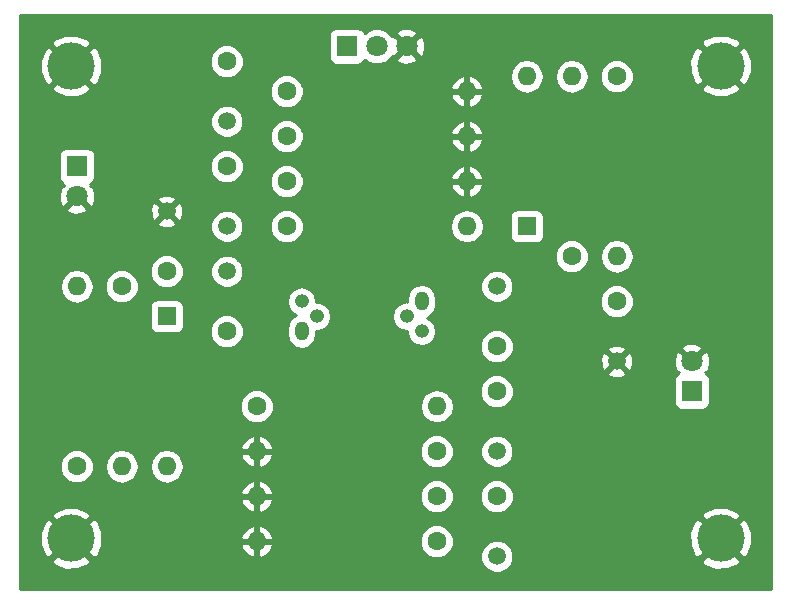
<source format=gbr>
G04 #@! TF.FileFunction,Copper,L1,Top,Signal*
%FSLAX46Y46*%
G04 Gerber Fmt 4.6, Leading zero omitted, Abs format (unit mm)*
G04 Created by KiCad (PCBNEW 4.0.7) date 08/30/18 18:17:14*
%MOMM*%
%LPD*%
G01*
G04 APERTURE LIST*
%ADD10C,0.100000*%
%ADD11C,1.600000*%
%ADD12C,1.500000*%
%ADD13R,1.600000X1.600000*%
%ADD14O,1.600000X1.600000*%
%ADD15R,1.800000X1.800000*%
%ADD16C,1.800000*%
%ADD17O,1.200000X1.600000*%
%ADD18O,1.200000X1.200000*%
%ADD19C,4.000000*%
%ADD20C,0.254000*%
G04 APERTURE END LIST*
D10*
D11*
X123190000Y-63500000D03*
D12*
X123190000Y-68580000D03*
D11*
X123190000Y-77470000D03*
D12*
X123190000Y-72390000D03*
D11*
X156210000Y-74930000D03*
D12*
X156210000Y-80010000D03*
D11*
X118110000Y-72390000D03*
D12*
X118110000Y-67310000D03*
D11*
X146050000Y-91440000D03*
D12*
X146050000Y-96520000D03*
D11*
X123190000Y-54610000D03*
D12*
X123190000Y-59690000D03*
D11*
X146050000Y-78740000D03*
D12*
X146050000Y-73660000D03*
D11*
X146050000Y-82550000D03*
D12*
X146050000Y-87630000D03*
D13*
X148590000Y-68580000D03*
D14*
X148590000Y-55880000D03*
D13*
X118110000Y-76200000D03*
D14*
X118110000Y-88900000D03*
D15*
X133350000Y-53340000D03*
D16*
X135890000Y-53340000D03*
X138430000Y-53340000D03*
D15*
X110490000Y-63500000D03*
D16*
X110490000Y-66040000D03*
D15*
X162560000Y-82550000D03*
D16*
X162560000Y-80010000D03*
D17*
X139700000Y-74930000D03*
D18*
X138430000Y-76200000D03*
X139700000Y-77470000D03*
D17*
X129540000Y-77470000D03*
D18*
X130810000Y-76200000D03*
X129540000Y-74930000D03*
D11*
X156210000Y-55880000D03*
D14*
X156210000Y-71120000D03*
D11*
X110490000Y-88900000D03*
D14*
X110490000Y-73660000D03*
D11*
X128270000Y-64770000D03*
D14*
X143510000Y-64770000D03*
D11*
X140970000Y-95250000D03*
D14*
X125730000Y-95250000D03*
D11*
X152400000Y-71120000D03*
D14*
X152400000Y-55880000D03*
D11*
X128270000Y-68580000D03*
D14*
X143510000Y-68580000D03*
D11*
X114300000Y-73660000D03*
D14*
X114300000Y-88900000D03*
D11*
X128270000Y-60960000D03*
D14*
X143510000Y-60960000D03*
D11*
X140970000Y-91440000D03*
D14*
X125730000Y-91440000D03*
D11*
X125730000Y-83820000D03*
D14*
X140970000Y-83820000D03*
D11*
X128270000Y-57150000D03*
D14*
X143510000Y-57150000D03*
D11*
X140970000Y-87630000D03*
D14*
X125730000Y-87630000D03*
D19*
X110000000Y-95000000D03*
X165000000Y-95000000D03*
X110000000Y-55000000D03*
X165000000Y-55000000D03*
D20*
G36*
X169290000Y-99290000D02*
X105710000Y-99290000D01*
X105710000Y-96875022D01*
X108304584Y-96875022D01*
X108525353Y-97245743D01*
X109497012Y-97639119D01*
X110545247Y-97630713D01*
X111474647Y-97245743D01*
X111695416Y-96875022D01*
X111614680Y-96794285D01*
X144664760Y-96794285D01*
X144875169Y-97303515D01*
X145264436Y-97693461D01*
X145773298Y-97904759D01*
X146324285Y-97905240D01*
X146833515Y-97694831D01*
X147223461Y-97305564D01*
X147402237Y-96875022D01*
X163304584Y-96875022D01*
X163525353Y-97245743D01*
X164497012Y-97639119D01*
X165545247Y-97630713D01*
X166474647Y-97245743D01*
X166695416Y-96875022D01*
X165000000Y-95179605D01*
X163304584Y-96875022D01*
X147402237Y-96875022D01*
X147434759Y-96796702D01*
X147435240Y-96245715D01*
X147224831Y-95736485D01*
X146835564Y-95346539D01*
X146326702Y-95135241D01*
X145775715Y-95134760D01*
X145266485Y-95345169D01*
X144876539Y-95734436D01*
X144665241Y-96243298D01*
X144664760Y-96794285D01*
X111614680Y-96794285D01*
X110000000Y-95179605D01*
X108304584Y-96875022D01*
X105710000Y-96875022D01*
X105710000Y-94497012D01*
X107360881Y-94497012D01*
X107369287Y-95545247D01*
X107754257Y-96474647D01*
X108124978Y-96695416D01*
X109820395Y-95000000D01*
X110179605Y-95000000D01*
X111875022Y-96695416D01*
X112245743Y-96474647D01*
X112600232Y-95599039D01*
X124338096Y-95599039D01*
X124498959Y-95987423D01*
X124874866Y-96402389D01*
X125380959Y-96641914D01*
X125603000Y-96520629D01*
X125603000Y-95377000D01*
X125857000Y-95377000D01*
X125857000Y-96520629D01*
X126079041Y-96641914D01*
X126585134Y-96402389D01*
X126961041Y-95987423D01*
X127121904Y-95599039D01*
X127086275Y-95534187D01*
X139534752Y-95534187D01*
X139752757Y-96061800D01*
X140156077Y-96465824D01*
X140683309Y-96684750D01*
X141254187Y-96685248D01*
X141781800Y-96467243D01*
X142185824Y-96063923D01*
X142404750Y-95536691D01*
X142405248Y-94965813D01*
X142211544Y-94497012D01*
X162360881Y-94497012D01*
X162369287Y-95545247D01*
X162754257Y-96474647D01*
X163124978Y-96695416D01*
X164820395Y-95000000D01*
X165179605Y-95000000D01*
X166875022Y-96695416D01*
X167245743Y-96474647D01*
X167639119Y-95502988D01*
X167630713Y-94454753D01*
X167245743Y-93525353D01*
X166875022Y-93304584D01*
X165179605Y-95000000D01*
X164820395Y-95000000D01*
X163124978Y-93304584D01*
X162754257Y-93525353D01*
X162360881Y-94497012D01*
X142211544Y-94497012D01*
X142187243Y-94438200D01*
X141783923Y-94034176D01*
X141256691Y-93815250D01*
X140685813Y-93814752D01*
X140158200Y-94032757D01*
X139754176Y-94436077D01*
X139535250Y-94963309D01*
X139534752Y-95534187D01*
X127086275Y-95534187D01*
X126999915Y-95377000D01*
X125857000Y-95377000D01*
X125603000Y-95377000D01*
X124460085Y-95377000D01*
X124338096Y-95599039D01*
X112600232Y-95599039D01*
X112639119Y-95502988D01*
X112634292Y-94900961D01*
X124338096Y-94900961D01*
X124460085Y-95123000D01*
X125603000Y-95123000D01*
X125603000Y-93979371D01*
X125857000Y-93979371D01*
X125857000Y-95123000D01*
X126999915Y-95123000D01*
X127121904Y-94900961D01*
X126961041Y-94512577D01*
X126585134Y-94097611D01*
X126079041Y-93858086D01*
X125857000Y-93979371D01*
X125603000Y-93979371D01*
X125380959Y-93858086D01*
X124874866Y-94097611D01*
X124498959Y-94512577D01*
X124338096Y-94900961D01*
X112634292Y-94900961D01*
X112630713Y-94454753D01*
X112245743Y-93525353D01*
X111875022Y-93304584D01*
X110179605Y-95000000D01*
X109820395Y-95000000D01*
X108124978Y-93304584D01*
X107754257Y-93525353D01*
X107360881Y-94497012D01*
X105710000Y-94497012D01*
X105710000Y-93124978D01*
X108304584Y-93124978D01*
X110000000Y-94820395D01*
X111695416Y-93124978D01*
X163304584Y-93124978D01*
X165000000Y-94820395D01*
X166695416Y-93124978D01*
X166474647Y-92754257D01*
X165502988Y-92360881D01*
X164454753Y-92369287D01*
X163525353Y-92754257D01*
X163304584Y-93124978D01*
X111695416Y-93124978D01*
X111474647Y-92754257D01*
X110502988Y-92360881D01*
X109454753Y-92369287D01*
X108525353Y-92754257D01*
X108304584Y-93124978D01*
X105710000Y-93124978D01*
X105710000Y-91789039D01*
X124338096Y-91789039D01*
X124498959Y-92177423D01*
X124874866Y-92592389D01*
X125380959Y-92831914D01*
X125603000Y-92710629D01*
X125603000Y-91567000D01*
X125857000Y-91567000D01*
X125857000Y-92710629D01*
X126079041Y-92831914D01*
X126585134Y-92592389D01*
X126961041Y-92177423D01*
X127121904Y-91789039D01*
X127086275Y-91724187D01*
X139534752Y-91724187D01*
X139752757Y-92251800D01*
X140156077Y-92655824D01*
X140683309Y-92874750D01*
X141254187Y-92875248D01*
X141781800Y-92657243D01*
X142185824Y-92253923D01*
X142404750Y-91726691D01*
X142404752Y-91724187D01*
X144614752Y-91724187D01*
X144832757Y-92251800D01*
X145236077Y-92655824D01*
X145763309Y-92874750D01*
X146334187Y-92875248D01*
X146861800Y-92657243D01*
X147265824Y-92253923D01*
X147484750Y-91726691D01*
X147485248Y-91155813D01*
X147267243Y-90628200D01*
X146863923Y-90224176D01*
X146336691Y-90005250D01*
X145765813Y-90004752D01*
X145238200Y-90222757D01*
X144834176Y-90626077D01*
X144615250Y-91153309D01*
X144614752Y-91724187D01*
X142404752Y-91724187D01*
X142405248Y-91155813D01*
X142187243Y-90628200D01*
X141783923Y-90224176D01*
X141256691Y-90005250D01*
X140685813Y-90004752D01*
X140158200Y-90222757D01*
X139754176Y-90626077D01*
X139535250Y-91153309D01*
X139534752Y-91724187D01*
X127086275Y-91724187D01*
X126999915Y-91567000D01*
X125857000Y-91567000D01*
X125603000Y-91567000D01*
X124460085Y-91567000D01*
X124338096Y-91789039D01*
X105710000Y-91789039D01*
X105710000Y-91090961D01*
X124338096Y-91090961D01*
X124460085Y-91313000D01*
X125603000Y-91313000D01*
X125603000Y-90169371D01*
X125857000Y-90169371D01*
X125857000Y-91313000D01*
X126999915Y-91313000D01*
X127121904Y-91090961D01*
X126961041Y-90702577D01*
X126585134Y-90287611D01*
X126079041Y-90048086D01*
X125857000Y-90169371D01*
X125603000Y-90169371D01*
X125380959Y-90048086D01*
X124874866Y-90287611D01*
X124498959Y-90702577D01*
X124338096Y-91090961D01*
X105710000Y-91090961D01*
X105710000Y-89184187D01*
X109054752Y-89184187D01*
X109272757Y-89711800D01*
X109676077Y-90115824D01*
X110203309Y-90334750D01*
X110774187Y-90335248D01*
X111301800Y-90117243D01*
X111705824Y-89713923D01*
X111924750Y-89186691D01*
X111925024Y-88871887D01*
X112865000Y-88871887D01*
X112865000Y-88928113D01*
X112974233Y-89477264D01*
X113285302Y-89942811D01*
X113750849Y-90253880D01*
X114300000Y-90363113D01*
X114849151Y-90253880D01*
X115314698Y-89942811D01*
X115625767Y-89477264D01*
X115735000Y-88928113D01*
X115735000Y-88871887D01*
X116675000Y-88871887D01*
X116675000Y-88928113D01*
X116784233Y-89477264D01*
X117095302Y-89942811D01*
X117560849Y-90253880D01*
X118110000Y-90363113D01*
X118659151Y-90253880D01*
X119124698Y-89942811D01*
X119435767Y-89477264D01*
X119545000Y-88928113D01*
X119545000Y-88871887D01*
X119435767Y-88322736D01*
X119206116Y-87979039D01*
X124338096Y-87979039D01*
X124498959Y-88367423D01*
X124874866Y-88782389D01*
X125380959Y-89021914D01*
X125603000Y-88900629D01*
X125603000Y-87757000D01*
X125857000Y-87757000D01*
X125857000Y-88900629D01*
X126079041Y-89021914D01*
X126585134Y-88782389D01*
X126961041Y-88367423D01*
X127121904Y-87979039D01*
X127086275Y-87914187D01*
X139534752Y-87914187D01*
X139752757Y-88441800D01*
X140156077Y-88845824D01*
X140683309Y-89064750D01*
X141254187Y-89065248D01*
X141781800Y-88847243D01*
X142185824Y-88443923D01*
X142404750Y-87916691D01*
X142404760Y-87904285D01*
X144664760Y-87904285D01*
X144875169Y-88413515D01*
X145264436Y-88803461D01*
X145773298Y-89014759D01*
X146324285Y-89015240D01*
X146833515Y-88804831D01*
X147223461Y-88415564D01*
X147434759Y-87906702D01*
X147435240Y-87355715D01*
X147224831Y-86846485D01*
X146835564Y-86456539D01*
X146326702Y-86245241D01*
X145775715Y-86244760D01*
X145266485Y-86455169D01*
X144876539Y-86844436D01*
X144665241Y-87353298D01*
X144664760Y-87904285D01*
X142404760Y-87904285D01*
X142405248Y-87345813D01*
X142187243Y-86818200D01*
X141783923Y-86414176D01*
X141256691Y-86195250D01*
X140685813Y-86194752D01*
X140158200Y-86412757D01*
X139754176Y-86816077D01*
X139535250Y-87343309D01*
X139534752Y-87914187D01*
X127086275Y-87914187D01*
X126999915Y-87757000D01*
X125857000Y-87757000D01*
X125603000Y-87757000D01*
X124460085Y-87757000D01*
X124338096Y-87979039D01*
X119206116Y-87979039D01*
X119124698Y-87857189D01*
X118659151Y-87546120D01*
X118110000Y-87436887D01*
X117560849Y-87546120D01*
X117095302Y-87857189D01*
X116784233Y-88322736D01*
X116675000Y-88871887D01*
X115735000Y-88871887D01*
X115625767Y-88322736D01*
X115314698Y-87857189D01*
X114849151Y-87546120D01*
X114300000Y-87436887D01*
X113750849Y-87546120D01*
X113285302Y-87857189D01*
X112974233Y-88322736D01*
X112865000Y-88871887D01*
X111925024Y-88871887D01*
X111925248Y-88615813D01*
X111707243Y-88088200D01*
X111303923Y-87684176D01*
X110776691Y-87465250D01*
X110205813Y-87464752D01*
X109678200Y-87682757D01*
X109274176Y-88086077D01*
X109055250Y-88613309D01*
X109054752Y-89184187D01*
X105710000Y-89184187D01*
X105710000Y-87280961D01*
X124338096Y-87280961D01*
X124460085Y-87503000D01*
X125603000Y-87503000D01*
X125603000Y-86359371D01*
X125857000Y-86359371D01*
X125857000Y-87503000D01*
X126999915Y-87503000D01*
X127121904Y-87280961D01*
X126961041Y-86892577D01*
X126585134Y-86477611D01*
X126079041Y-86238086D01*
X125857000Y-86359371D01*
X125603000Y-86359371D01*
X125380959Y-86238086D01*
X124874866Y-86477611D01*
X124498959Y-86892577D01*
X124338096Y-87280961D01*
X105710000Y-87280961D01*
X105710000Y-84104187D01*
X124294752Y-84104187D01*
X124512757Y-84631800D01*
X124916077Y-85035824D01*
X125443309Y-85254750D01*
X126014187Y-85255248D01*
X126541800Y-85037243D01*
X126945824Y-84633923D01*
X127164750Y-84106691D01*
X127165000Y-83820000D01*
X139506887Y-83820000D01*
X139616120Y-84369151D01*
X139927189Y-84834698D01*
X140392736Y-85145767D01*
X140941887Y-85255000D01*
X140998113Y-85255000D01*
X141547264Y-85145767D01*
X142012811Y-84834698D01*
X142323880Y-84369151D01*
X142433113Y-83820000D01*
X142323880Y-83270849D01*
X142032112Y-82834187D01*
X144614752Y-82834187D01*
X144832757Y-83361800D01*
X145236077Y-83765824D01*
X145763309Y-83984750D01*
X146334187Y-83985248D01*
X146861800Y-83767243D01*
X147265824Y-83363923D01*
X147484750Y-82836691D01*
X147485248Y-82265813D01*
X147267243Y-81738200D01*
X147179197Y-81650000D01*
X161012560Y-81650000D01*
X161012560Y-83450000D01*
X161056838Y-83685317D01*
X161195910Y-83901441D01*
X161408110Y-84046431D01*
X161660000Y-84097440D01*
X163460000Y-84097440D01*
X163695317Y-84053162D01*
X163911441Y-83914090D01*
X164056431Y-83701890D01*
X164107440Y-83450000D01*
X164107440Y-81650000D01*
X164063162Y-81414683D01*
X163924090Y-81198559D01*
X163720426Y-81059402D01*
X163754718Y-81025110D01*
X163640161Y-80910553D01*
X163896643Y-80824148D01*
X164106458Y-80250664D01*
X164080839Y-79640540D01*
X163896643Y-79195852D01*
X163640159Y-79109446D01*
X162739605Y-80010000D01*
X162753748Y-80024143D01*
X162574143Y-80203748D01*
X162560000Y-80189605D01*
X162545858Y-80203748D01*
X162366253Y-80024143D01*
X162380395Y-80010000D01*
X161479841Y-79109446D01*
X161223357Y-79195852D01*
X161013542Y-79769336D01*
X161039161Y-80379460D01*
X161223357Y-80824148D01*
X161479839Y-80910553D01*
X161365282Y-81025110D01*
X161401760Y-81061588D01*
X161208559Y-81185910D01*
X161063569Y-81398110D01*
X161012560Y-81650000D01*
X147179197Y-81650000D01*
X146863923Y-81334176D01*
X146336691Y-81115250D01*
X145765813Y-81114752D01*
X145238200Y-81332757D01*
X144834176Y-81736077D01*
X144615250Y-82263309D01*
X144614752Y-82834187D01*
X142032112Y-82834187D01*
X142012811Y-82805302D01*
X141547264Y-82494233D01*
X140998113Y-82385000D01*
X140941887Y-82385000D01*
X140392736Y-82494233D01*
X139927189Y-82805302D01*
X139616120Y-83270849D01*
X139506887Y-83820000D01*
X127165000Y-83820000D01*
X127165248Y-83535813D01*
X126947243Y-83008200D01*
X126543923Y-82604176D01*
X126016691Y-82385250D01*
X125445813Y-82384752D01*
X124918200Y-82602757D01*
X124514176Y-83006077D01*
X124295250Y-83533309D01*
X124294752Y-84104187D01*
X105710000Y-84104187D01*
X105710000Y-80981517D01*
X155418088Y-80981517D01*
X155486077Y-81222460D01*
X156005171Y-81407201D01*
X156555448Y-81379230D01*
X156933923Y-81222460D01*
X157001912Y-80981517D01*
X156210000Y-80189605D01*
X155418088Y-80981517D01*
X105710000Y-80981517D01*
X105710000Y-79024187D01*
X144614752Y-79024187D01*
X144832757Y-79551800D01*
X145236077Y-79955824D01*
X145763309Y-80174750D01*
X146334187Y-80175248D01*
X146861800Y-79957243D01*
X147014137Y-79805171D01*
X154812799Y-79805171D01*
X154840770Y-80355448D01*
X154997540Y-80733923D01*
X155238483Y-80801912D01*
X156030395Y-80010000D01*
X156389605Y-80010000D01*
X157181517Y-80801912D01*
X157422460Y-80733923D01*
X157607201Y-80214829D01*
X157579230Y-79664552D01*
X157422460Y-79286077D01*
X157181517Y-79218088D01*
X156389605Y-80010000D01*
X156030395Y-80010000D01*
X155238483Y-79218088D01*
X154997540Y-79286077D01*
X154812799Y-79805171D01*
X147014137Y-79805171D01*
X147265824Y-79553923D01*
X147479853Y-79038483D01*
X155418088Y-79038483D01*
X156210000Y-79830395D01*
X157001912Y-79038483D01*
X156971256Y-78929841D01*
X161659446Y-78929841D01*
X162560000Y-79830395D01*
X163460554Y-78929841D01*
X163374148Y-78673357D01*
X162800664Y-78463542D01*
X162190540Y-78489161D01*
X161745852Y-78673357D01*
X161659446Y-78929841D01*
X156971256Y-78929841D01*
X156933923Y-78797540D01*
X156414829Y-78612799D01*
X155864552Y-78640770D01*
X155486077Y-78797540D01*
X155418088Y-79038483D01*
X147479853Y-79038483D01*
X147484750Y-79026691D01*
X147485248Y-78455813D01*
X147267243Y-77928200D01*
X146863923Y-77524176D01*
X146336691Y-77305250D01*
X145765813Y-77304752D01*
X145238200Y-77522757D01*
X144834176Y-77926077D01*
X144615250Y-78453309D01*
X144614752Y-79024187D01*
X105710000Y-79024187D01*
X105710000Y-77754187D01*
X121754752Y-77754187D01*
X121972757Y-78281800D01*
X122376077Y-78685824D01*
X122903309Y-78904750D01*
X123474187Y-78905248D01*
X124001800Y-78687243D01*
X124405824Y-78283923D01*
X124624750Y-77756691D01*
X124625248Y-77185813D01*
X124407243Y-76658200D01*
X124003923Y-76254176D01*
X123476691Y-76035250D01*
X122905813Y-76034752D01*
X122378200Y-76252757D01*
X121974176Y-76656077D01*
X121755250Y-77183309D01*
X121754752Y-77754187D01*
X105710000Y-77754187D01*
X105710000Y-75400000D01*
X116662560Y-75400000D01*
X116662560Y-77000000D01*
X116706838Y-77235317D01*
X116845910Y-77451441D01*
X117058110Y-77596431D01*
X117310000Y-77647440D01*
X118910000Y-77647440D01*
X119145317Y-77603162D01*
X119361441Y-77464090D01*
X119506431Y-77251890D01*
X119557440Y-77000000D01*
X119557440Y-75400000D01*
X119513162Y-75164683D01*
X119374090Y-74948559D01*
X119311518Y-74905805D01*
X128305000Y-74905805D01*
X128305000Y-74954195D01*
X128399009Y-75426809D01*
X128666723Y-75827472D01*
X129067386Y-76095186D01*
X129081739Y-76098041D01*
X129067386Y-76100896D01*
X128666723Y-76368610D01*
X128399009Y-76769273D01*
X128305000Y-77241887D01*
X128305000Y-77698113D01*
X128399009Y-78170727D01*
X128666723Y-78571390D01*
X129067386Y-78839104D01*
X129540000Y-78933113D01*
X130012614Y-78839104D01*
X130413277Y-78571390D01*
X130680991Y-78170727D01*
X130775000Y-77698113D01*
X130775000Y-77452233D01*
X130810000Y-77459195D01*
X131282614Y-77365186D01*
X131683277Y-77097472D01*
X131950991Y-76696809D01*
X132045000Y-76224195D01*
X132045000Y-76175805D01*
X137195000Y-76175805D01*
X137195000Y-76224195D01*
X137289009Y-76696809D01*
X137556723Y-77097472D01*
X137957386Y-77365186D01*
X138430000Y-77459195D01*
X138465000Y-77452233D01*
X138465000Y-77494195D01*
X138559009Y-77966809D01*
X138826723Y-78367472D01*
X139227386Y-78635186D01*
X139700000Y-78729195D01*
X140172614Y-78635186D01*
X140573277Y-78367472D01*
X140840991Y-77966809D01*
X140935000Y-77494195D01*
X140935000Y-77445805D01*
X140840991Y-76973191D01*
X140573277Y-76572528D01*
X140172614Y-76304814D01*
X140158261Y-76301959D01*
X140172614Y-76299104D01*
X140573277Y-76031390D01*
X140840991Y-75630727D01*
X140923846Y-75214187D01*
X154774752Y-75214187D01*
X154992757Y-75741800D01*
X155396077Y-76145824D01*
X155923309Y-76364750D01*
X156494187Y-76365248D01*
X157021800Y-76147243D01*
X157425824Y-75743923D01*
X157644750Y-75216691D01*
X157645248Y-74645813D01*
X157427243Y-74118200D01*
X157023923Y-73714176D01*
X156496691Y-73495250D01*
X155925813Y-73494752D01*
X155398200Y-73712757D01*
X154994176Y-74116077D01*
X154775250Y-74643309D01*
X154774752Y-75214187D01*
X140923846Y-75214187D01*
X140935000Y-75158113D01*
X140935000Y-74701887D01*
X140840991Y-74229273D01*
X140643887Y-73934285D01*
X144664760Y-73934285D01*
X144875169Y-74443515D01*
X145264436Y-74833461D01*
X145773298Y-75044759D01*
X146324285Y-75045240D01*
X146833515Y-74834831D01*
X147223461Y-74445564D01*
X147434759Y-73936702D01*
X147435240Y-73385715D01*
X147224831Y-72876485D01*
X146835564Y-72486539D01*
X146326702Y-72275241D01*
X145775715Y-72274760D01*
X145266485Y-72485169D01*
X144876539Y-72874436D01*
X144665241Y-73383298D01*
X144664760Y-73934285D01*
X140643887Y-73934285D01*
X140573277Y-73828610D01*
X140172614Y-73560896D01*
X139700000Y-73466887D01*
X139227386Y-73560896D01*
X138826723Y-73828610D01*
X138559009Y-74229273D01*
X138465000Y-74701887D01*
X138465000Y-74947767D01*
X138430000Y-74940805D01*
X137957386Y-75034814D01*
X137556723Y-75302528D01*
X137289009Y-75703191D01*
X137195000Y-76175805D01*
X132045000Y-76175805D01*
X131950991Y-75703191D01*
X131683277Y-75302528D01*
X131282614Y-75034814D01*
X130810000Y-74940805D01*
X130775000Y-74947767D01*
X130775000Y-74905805D01*
X130680991Y-74433191D01*
X130413277Y-74032528D01*
X130012614Y-73764814D01*
X129540000Y-73670805D01*
X129067386Y-73764814D01*
X128666723Y-74032528D01*
X128399009Y-74433191D01*
X128305000Y-74905805D01*
X119311518Y-74905805D01*
X119161890Y-74803569D01*
X118910000Y-74752560D01*
X117310000Y-74752560D01*
X117074683Y-74796838D01*
X116858559Y-74935910D01*
X116713569Y-75148110D01*
X116662560Y-75400000D01*
X105710000Y-75400000D01*
X105710000Y-73631887D01*
X109055000Y-73631887D01*
X109055000Y-73688113D01*
X109164233Y-74237264D01*
X109475302Y-74702811D01*
X109940849Y-75013880D01*
X110490000Y-75123113D01*
X111039151Y-75013880D01*
X111504698Y-74702811D01*
X111815767Y-74237264D01*
X111874063Y-73944187D01*
X112864752Y-73944187D01*
X113082757Y-74471800D01*
X113486077Y-74875824D01*
X114013309Y-75094750D01*
X114584187Y-75095248D01*
X115111800Y-74877243D01*
X115515824Y-74473923D01*
X115734750Y-73946691D01*
X115735248Y-73375813D01*
X115517243Y-72848200D01*
X115343534Y-72674187D01*
X116674752Y-72674187D01*
X116892757Y-73201800D01*
X117296077Y-73605824D01*
X117823309Y-73824750D01*
X118394187Y-73825248D01*
X118921800Y-73607243D01*
X119325824Y-73203923D01*
X119544750Y-72676691D01*
X119544760Y-72664285D01*
X121804760Y-72664285D01*
X122015169Y-73173515D01*
X122404436Y-73563461D01*
X122913298Y-73774759D01*
X123464285Y-73775240D01*
X123973515Y-73564831D01*
X124363461Y-73175564D01*
X124574759Y-72666702D01*
X124575240Y-72115715D01*
X124364831Y-71606485D01*
X124162886Y-71404187D01*
X150964752Y-71404187D01*
X151182757Y-71931800D01*
X151586077Y-72335824D01*
X152113309Y-72554750D01*
X152684187Y-72555248D01*
X153211800Y-72337243D01*
X153615824Y-71933923D01*
X153834750Y-71406691D01*
X153835024Y-71091887D01*
X154775000Y-71091887D01*
X154775000Y-71148113D01*
X154884233Y-71697264D01*
X155195302Y-72162811D01*
X155660849Y-72473880D01*
X156210000Y-72583113D01*
X156759151Y-72473880D01*
X157224698Y-72162811D01*
X157535767Y-71697264D01*
X157645000Y-71148113D01*
X157645000Y-71091887D01*
X157535767Y-70542736D01*
X157224698Y-70077189D01*
X156759151Y-69766120D01*
X156210000Y-69656887D01*
X155660849Y-69766120D01*
X155195302Y-70077189D01*
X154884233Y-70542736D01*
X154775000Y-71091887D01*
X153835024Y-71091887D01*
X153835248Y-70835813D01*
X153617243Y-70308200D01*
X153213923Y-69904176D01*
X152686691Y-69685250D01*
X152115813Y-69684752D01*
X151588200Y-69902757D01*
X151184176Y-70306077D01*
X150965250Y-70833309D01*
X150964752Y-71404187D01*
X124162886Y-71404187D01*
X123975564Y-71216539D01*
X123466702Y-71005241D01*
X122915715Y-71004760D01*
X122406485Y-71215169D01*
X122016539Y-71604436D01*
X121805241Y-72113298D01*
X121804760Y-72664285D01*
X119544760Y-72664285D01*
X119545248Y-72105813D01*
X119327243Y-71578200D01*
X118923923Y-71174176D01*
X118396691Y-70955250D01*
X117825813Y-70954752D01*
X117298200Y-71172757D01*
X116894176Y-71576077D01*
X116675250Y-72103309D01*
X116674752Y-72674187D01*
X115343534Y-72674187D01*
X115113923Y-72444176D01*
X114586691Y-72225250D01*
X114015813Y-72224752D01*
X113488200Y-72442757D01*
X113084176Y-72846077D01*
X112865250Y-73373309D01*
X112864752Y-73944187D01*
X111874063Y-73944187D01*
X111925000Y-73688113D01*
X111925000Y-73631887D01*
X111815767Y-73082736D01*
X111504698Y-72617189D01*
X111039151Y-72306120D01*
X110490000Y-72196887D01*
X109940849Y-72306120D01*
X109475302Y-72617189D01*
X109164233Y-73082736D01*
X109055000Y-73631887D01*
X105710000Y-73631887D01*
X105710000Y-68854285D01*
X121804760Y-68854285D01*
X122015169Y-69363515D01*
X122404436Y-69753461D01*
X122913298Y-69964759D01*
X123464285Y-69965240D01*
X123973515Y-69754831D01*
X124363461Y-69365564D01*
X124571650Y-68864187D01*
X126834752Y-68864187D01*
X127052757Y-69391800D01*
X127456077Y-69795824D01*
X127983309Y-70014750D01*
X128554187Y-70015248D01*
X129081800Y-69797243D01*
X129485824Y-69393923D01*
X129704750Y-68866691D01*
X129705000Y-68580000D01*
X142046887Y-68580000D01*
X142156120Y-69129151D01*
X142467189Y-69594698D01*
X142932736Y-69905767D01*
X143481887Y-70015000D01*
X143538113Y-70015000D01*
X144087264Y-69905767D01*
X144552811Y-69594698D01*
X144863880Y-69129151D01*
X144973113Y-68580000D01*
X144863880Y-68030849D01*
X144696268Y-67780000D01*
X147142560Y-67780000D01*
X147142560Y-69380000D01*
X147186838Y-69615317D01*
X147325910Y-69831441D01*
X147538110Y-69976431D01*
X147790000Y-70027440D01*
X149390000Y-70027440D01*
X149625317Y-69983162D01*
X149841441Y-69844090D01*
X149986431Y-69631890D01*
X150037440Y-69380000D01*
X150037440Y-67780000D01*
X149993162Y-67544683D01*
X149854090Y-67328559D01*
X149641890Y-67183569D01*
X149390000Y-67132560D01*
X147790000Y-67132560D01*
X147554683Y-67176838D01*
X147338559Y-67315910D01*
X147193569Y-67528110D01*
X147142560Y-67780000D01*
X144696268Y-67780000D01*
X144552811Y-67565302D01*
X144087264Y-67254233D01*
X143538113Y-67145000D01*
X143481887Y-67145000D01*
X142932736Y-67254233D01*
X142467189Y-67565302D01*
X142156120Y-68030849D01*
X142046887Y-68580000D01*
X129705000Y-68580000D01*
X129705248Y-68295813D01*
X129487243Y-67768200D01*
X129083923Y-67364176D01*
X128556691Y-67145250D01*
X127985813Y-67144752D01*
X127458200Y-67362757D01*
X127054176Y-67766077D01*
X126835250Y-68293309D01*
X126834752Y-68864187D01*
X124571650Y-68864187D01*
X124574759Y-68856702D01*
X124575240Y-68305715D01*
X124364831Y-67796485D01*
X123975564Y-67406539D01*
X123466702Y-67195241D01*
X122915715Y-67194760D01*
X122406485Y-67405169D01*
X122016539Y-67794436D01*
X121805241Y-68303298D01*
X121804760Y-68854285D01*
X105710000Y-68854285D01*
X105710000Y-68281517D01*
X117318088Y-68281517D01*
X117386077Y-68522460D01*
X117905171Y-68707201D01*
X118455448Y-68679230D01*
X118833923Y-68522460D01*
X118901912Y-68281517D01*
X118110000Y-67489605D01*
X117318088Y-68281517D01*
X105710000Y-68281517D01*
X105710000Y-67120159D01*
X109589446Y-67120159D01*
X109675852Y-67376643D01*
X110249336Y-67586458D01*
X110859460Y-67560839D01*
X111304148Y-67376643D01*
X111390554Y-67120159D01*
X111375566Y-67105171D01*
X116712799Y-67105171D01*
X116740770Y-67655448D01*
X116897540Y-68033923D01*
X117138483Y-68101912D01*
X117930395Y-67310000D01*
X118289605Y-67310000D01*
X119081517Y-68101912D01*
X119322460Y-68033923D01*
X119507201Y-67514829D01*
X119479230Y-66964552D01*
X119322460Y-66586077D01*
X119081517Y-66518088D01*
X118289605Y-67310000D01*
X117930395Y-67310000D01*
X117138483Y-66518088D01*
X116897540Y-66586077D01*
X116712799Y-67105171D01*
X111375566Y-67105171D01*
X110490000Y-66219605D01*
X109589446Y-67120159D01*
X105710000Y-67120159D01*
X105710000Y-62600000D01*
X108942560Y-62600000D01*
X108942560Y-64400000D01*
X108986838Y-64635317D01*
X109125910Y-64851441D01*
X109329574Y-64990598D01*
X109295282Y-65024890D01*
X109409839Y-65139447D01*
X109153357Y-65225852D01*
X108943542Y-65799336D01*
X108969161Y-66409460D01*
X109153357Y-66854148D01*
X109409841Y-66940554D01*
X110310395Y-66040000D01*
X110296253Y-66025858D01*
X110475858Y-65846253D01*
X110490000Y-65860395D01*
X110504143Y-65846253D01*
X110683748Y-66025858D01*
X110669605Y-66040000D01*
X111570159Y-66940554D01*
X111826643Y-66854148D01*
X112015304Y-66338483D01*
X117318088Y-66338483D01*
X118110000Y-67130395D01*
X118901912Y-66338483D01*
X118833923Y-66097540D01*
X118314829Y-65912799D01*
X117764552Y-65940770D01*
X117386077Y-66097540D01*
X117318088Y-66338483D01*
X112015304Y-66338483D01*
X112036458Y-66280664D01*
X112010839Y-65670540D01*
X111826643Y-65225852D01*
X111570161Y-65139447D01*
X111655421Y-65054187D01*
X126834752Y-65054187D01*
X127052757Y-65581800D01*
X127456077Y-65985824D01*
X127983309Y-66204750D01*
X128554187Y-66205248D01*
X129081800Y-65987243D01*
X129485824Y-65583923D01*
X129678860Y-65119039D01*
X142118096Y-65119039D01*
X142278959Y-65507423D01*
X142654866Y-65922389D01*
X143160959Y-66161914D01*
X143383000Y-66040629D01*
X143383000Y-64897000D01*
X143637000Y-64897000D01*
X143637000Y-66040629D01*
X143859041Y-66161914D01*
X144365134Y-65922389D01*
X144741041Y-65507423D01*
X144901904Y-65119039D01*
X144779915Y-64897000D01*
X143637000Y-64897000D01*
X143383000Y-64897000D01*
X142240085Y-64897000D01*
X142118096Y-65119039D01*
X129678860Y-65119039D01*
X129704750Y-65056691D01*
X129705248Y-64485813D01*
X129678452Y-64420961D01*
X142118096Y-64420961D01*
X142240085Y-64643000D01*
X143383000Y-64643000D01*
X143383000Y-63499371D01*
X143637000Y-63499371D01*
X143637000Y-64643000D01*
X144779915Y-64643000D01*
X144901904Y-64420961D01*
X144741041Y-64032577D01*
X144365134Y-63617611D01*
X143859041Y-63378086D01*
X143637000Y-63499371D01*
X143383000Y-63499371D01*
X143160959Y-63378086D01*
X142654866Y-63617611D01*
X142278959Y-64032577D01*
X142118096Y-64420961D01*
X129678452Y-64420961D01*
X129487243Y-63958200D01*
X129083923Y-63554176D01*
X128556691Y-63335250D01*
X127985813Y-63334752D01*
X127458200Y-63552757D01*
X127054176Y-63956077D01*
X126835250Y-64483309D01*
X126834752Y-65054187D01*
X111655421Y-65054187D01*
X111684718Y-65024890D01*
X111648240Y-64988412D01*
X111841441Y-64864090D01*
X111986431Y-64651890D01*
X112037440Y-64400000D01*
X112037440Y-63784187D01*
X121754752Y-63784187D01*
X121972757Y-64311800D01*
X122376077Y-64715824D01*
X122903309Y-64934750D01*
X123474187Y-64935248D01*
X124001800Y-64717243D01*
X124405824Y-64313923D01*
X124624750Y-63786691D01*
X124625248Y-63215813D01*
X124407243Y-62688200D01*
X124003923Y-62284176D01*
X123476691Y-62065250D01*
X122905813Y-62064752D01*
X122378200Y-62282757D01*
X121974176Y-62686077D01*
X121755250Y-63213309D01*
X121754752Y-63784187D01*
X112037440Y-63784187D01*
X112037440Y-62600000D01*
X111993162Y-62364683D01*
X111854090Y-62148559D01*
X111641890Y-62003569D01*
X111390000Y-61952560D01*
X109590000Y-61952560D01*
X109354683Y-61996838D01*
X109138559Y-62135910D01*
X108993569Y-62348110D01*
X108942560Y-62600000D01*
X105710000Y-62600000D01*
X105710000Y-61244187D01*
X126834752Y-61244187D01*
X127052757Y-61771800D01*
X127456077Y-62175824D01*
X127983309Y-62394750D01*
X128554187Y-62395248D01*
X129081800Y-62177243D01*
X129485824Y-61773923D01*
X129678860Y-61309039D01*
X142118096Y-61309039D01*
X142278959Y-61697423D01*
X142654866Y-62112389D01*
X143160959Y-62351914D01*
X143383000Y-62230629D01*
X143383000Y-61087000D01*
X143637000Y-61087000D01*
X143637000Y-62230629D01*
X143859041Y-62351914D01*
X144365134Y-62112389D01*
X144741041Y-61697423D01*
X144901904Y-61309039D01*
X144779915Y-61087000D01*
X143637000Y-61087000D01*
X143383000Y-61087000D01*
X142240085Y-61087000D01*
X142118096Y-61309039D01*
X129678860Y-61309039D01*
X129704750Y-61246691D01*
X129705248Y-60675813D01*
X129678452Y-60610961D01*
X142118096Y-60610961D01*
X142240085Y-60833000D01*
X143383000Y-60833000D01*
X143383000Y-59689371D01*
X143637000Y-59689371D01*
X143637000Y-60833000D01*
X144779915Y-60833000D01*
X144901904Y-60610961D01*
X144741041Y-60222577D01*
X144365134Y-59807611D01*
X143859041Y-59568086D01*
X143637000Y-59689371D01*
X143383000Y-59689371D01*
X143160959Y-59568086D01*
X142654866Y-59807611D01*
X142278959Y-60222577D01*
X142118096Y-60610961D01*
X129678452Y-60610961D01*
X129487243Y-60148200D01*
X129083923Y-59744176D01*
X128556691Y-59525250D01*
X127985813Y-59524752D01*
X127458200Y-59742757D01*
X127054176Y-60146077D01*
X126835250Y-60673309D01*
X126834752Y-61244187D01*
X105710000Y-61244187D01*
X105710000Y-59964285D01*
X121804760Y-59964285D01*
X122015169Y-60473515D01*
X122404436Y-60863461D01*
X122913298Y-61074759D01*
X123464285Y-61075240D01*
X123973515Y-60864831D01*
X124363461Y-60475564D01*
X124574759Y-59966702D01*
X124575240Y-59415715D01*
X124364831Y-58906485D01*
X123975564Y-58516539D01*
X123466702Y-58305241D01*
X122915715Y-58304760D01*
X122406485Y-58515169D01*
X122016539Y-58904436D01*
X121805241Y-59413298D01*
X121804760Y-59964285D01*
X105710000Y-59964285D01*
X105710000Y-56875022D01*
X108304584Y-56875022D01*
X108525353Y-57245743D01*
X109497012Y-57639119D01*
X110545247Y-57630713D01*
X111019702Y-57434187D01*
X126834752Y-57434187D01*
X127052757Y-57961800D01*
X127456077Y-58365824D01*
X127983309Y-58584750D01*
X128554187Y-58585248D01*
X129081800Y-58367243D01*
X129485824Y-57963923D01*
X129678860Y-57499039D01*
X142118096Y-57499039D01*
X142278959Y-57887423D01*
X142654866Y-58302389D01*
X143160959Y-58541914D01*
X143383000Y-58420629D01*
X143383000Y-57277000D01*
X143637000Y-57277000D01*
X143637000Y-58420629D01*
X143859041Y-58541914D01*
X144365134Y-58302389D01*
X144741041Y-57887423D01*
X144901904Y-57499039D01*
X144779915Y-57277000D01*
X143637000Y-57277000D01*
X143383000Y-57277000D01*
X142240085Y-57277000D01*
X142118096Y-57499039D01*
X129678860Y-57499039D01*
X129704750Y-57436691D01*
X129705248Y-56865813D01*
X129678452Y-56800961D01*
X142118096Y-56800961D01*
X142240085Y-57023000D01*
X143383000Y-57023000D01*
X143383000Y-55879371D01*
X143637000Y-55879371D01*
X143637000Y-57023000D01*
X144779915Y-57023000D01*
X144901904Y-56800961D01*
X144741041Y-56412577D01*
X144365134Y-55997611D01*
X144057234Y-55851887D01*
X147155000Y-55851887D01*
X147155000Y-55908113D01*
X147264233Y-56457264D01*
X147575302Y-56922811D01*
X148040849Y-57233880D01*
X148590000Y-57343113D01*
X149139151Y-57233880D01*
X149604698Y-56922811D01*
X149915767Y-56457264D01*
X150025000Y-55908113D01*
X150025000Y-55851887D01*
X150965000Y-55851887D01*
X150965000Y-55908113D01*
X151074233Y-56457264D01*
X151385302Y-56922811D01*
X151850849Y-57233880D01*
X152400000Y-57343113D01*
X152949151Y-57233880D01*
X153414698Y-56922811D01*
X153725767Y-56457264D01*
X153784063Y-56164187D01*
X154774752Y-56164187D01*
X154992757Y-56691800D01*
X155396077Y-57095824D01*
X155923309Y-57314750D01*
X156494187Y-57315248D01*
X157021800Y-57097243D01*
X157244408Y-56875022D01*
X163304584Y-56875022D01*
X163525353Y-57245743D01*
X164497012Y-57639119D01*
X165545247Y-57630713D01*
X166474647Y-57245743D01*
X166695416Y-56875022D01*
X165000000Y-55179605D01*
X163304584Y-56875022D01*
X157244408Y-56875022D01*
X157425824Y-56693923D01*
X157644750Y-56166691D01*
X157645248Y-55595813D01*
X157427243Y-55068200D01*
X157023923Y-54664176D01*
X156621348Y-54497012D01*
X162360881Y-54497012D01*
X162369287Y-55545247D01*
X162754257Y-56474647D01*
X163124978Y-56695416D01*
X164820395Y-55000000D01*
X165179605Y-55000000D01*
X166875022Y-56695416D01*
X167245743Y-56474647D01*
X167639119Y-55502988D01*
X167630713Y-54454753D01*
X167245743Y-53525353D01*
X166875022Y-53304584D01*
X165179605Y-55000000D01*
X164820395Y-55000000D01*
X163124978Y-53304584D01*
X162754257Y-53525353D01*
X162360881Y-54497012D01*
X156621348Y-54497012D01*
X156496691Y-54445250D01*
X155925813Y-54444752D01*
X155398200Y-54662757D01*
X154994176Y-55066077D01*
X154775250Y-55593309D01*
X154774752Y-56164187D01*
X153784063Y-56164187D01*
X153835000Y-55908113D01*
X153835000Y-55851887D01*
X153725767Y-55302736D01*
X153414698Y-54837189D01*
X152949151Y-54526120D01*
X152400000Y-54416887D01*
X151850849Y-54526120D01*
X151385302Y-54837189D01*
X151074233Y-55302736D01*
X150965000Y-55851887D01*
X150025000Y-55851887D01*
X149915767Y-55302736D01*
X149604698Y-54837189D01*
X149139151Y-54526120D01*
X148590000Y-54416887D01*
X148040849Y-54526120D01*
X147575302Y-54837189D01*
X147264233Y-55302736D01*
X147155000Y-55851887D01*
X144057234Y-55851887D01*
X143859041Y-55758086D01*
X143637000Y-55879371D01*
X143383000Y-55879371D01*
X143160959Y-55758086D01*
X142654866Y-55997611D01*
X142278959Y-56412577D01*
X142118096Y-56800961D01*
X129678452Y-56800961D01*
X129487243Y-56338200D01*
X129083923Y-55934176D01*
X128556691Y-55715250D01*
X127985813Y-55714752D01*
X127458200Y-55932757D01*
X127054176Y-56336077D01*
X126835250Y-56863309D01*
X126834752Y-57434187D01*
X111019702Y-57434187D01*
X111474647Y-57245743D01*
X111695416Y-56875022D01*
X110000000Y-55179605D01*
X108304584Y-56875022D01*
X105710000Y-56875022D01*
X105710000Y-54497012D01*
X107360881Y-54497012D01*
X107369287Y-55545247D01*
X107754257Y-56474647D01*
X108124978Y-56695416D01*
X109820395Y-55000000D01*
X110179605Y-55000000D01*
X111875022Y-56695416D01*
X112245743Y-56474647D01*
X112639119Y-55502988D01*
X112634237Y-54894187D01*
X121754752Y-54894187D01*
X121972757Y-55421800D01*
X122376077Y-55825824D01*
X122903309Y-56044750D01*
X123474187Y-56045248D01*
X124001800Y-55827243D01*
X124405824Y-55423923D01*
X124624750Y-54896691D01*
X124625248Y-54325813D01*
X124407243Y-53798200D01*
X124003923Y-53394176D01*
X123476691Y-53175250D01*
X122905813Y-53174752D01*
X122378200Y-53392757D01*
X121974176Y-53796077D01*
X121755250Y-54323309D01*
X121754752Y-54894187D01*
X112634237Y-54894187D01*
X112630713Y-54454753D01*
X112245743Y-53525353D01*
X111875022Y-53304584D01*
X110179605Y-55000000D01*
X109820395Y-55000000D01*
X108124978Y-53304584D01*
X107754257Y-53525353D01*
X107360881Y-54497012D01*
X105710000Y-54497012D01*
X105710000Y-53124978D01*
X108304584Y-53124978D01*
X110000000Y-54820395D01*
X111695416Y-53124978D01*
X111474647Y-52754257D01*
X110698417Y-52440000D01*
X131802560Y-52440000D01*
X131802560Y-54240000D01*
X131846838Y-54475317D01*
X131985910Y-54691441D01*
X132198110Y-54836431D01*
X132450000Y-54887440D01*
X134250000Y-54887440D01*
X134485317Y-54843162D01*
X134701441Y-54704090D01*
X134846431Y-54491890D01*
X134850567Y-54471466D01*
X135019357Y-54640551D01*
X135583330Y-54874733D01*
X136193991Y-54875265D01*
X136758371Y-54642068D01*
X136980668Y-54420159D01*
X137529446Y-54420159D01*
X137615852Y-54676643D01*
X138189336Y-54886458D01*
X138799460Y-54860839D01*
X139244148Y-54676643D01*
X139330554Y-54420159D01*
X138430000Y-53519605D01*
X137529446Y-54420159D01*
X136980668Y-54420159D01*
X137190551Y-54210643D01*
X137199203Y-54189806D01*
X137349841Y-54240554D01*
X138250395Y-53340000D01*
X138609605Y-53340000D01*
X139510159Y-54240554D01*
X139766643Y-54154148D01*
X139976458Y-53580664D01*
X139957324Y-53124978D01*
X163304584Y-53124978D01*
X165000000Y-54820395D01*
X166695416Y-53124978D01*
X166474647Y-52754257D01*
X165502988Y-52360881D01*
X164454753Y-52369287D01*
X163525353Y-52754257D01*
X163304584Y-53124978D01*
X139957324Y-53124978D01*
X139950839Y-52970540D01*
X139766643Y-52525852D01*
X139510159Y-52439446D01*
X138609605Y-53340000D01*
X138250395Y-53340000D01*
X137349841Y-52439446D01*
X137199673Y-52490035D01*
X137192068Y-52471629D01*
X136980650Y-52259841D01*
X137529446Y-52259841D01*
X138430000Y-53160395D01*
X139330554Y-52259841D01*
X139244148Y-52003357D01*
X138670664Y-51793542D01*
X138060540Y-51819161D01*
X137615852Y-52003357D01*
X137529446Y-52259841D01*
X136980650Y-52259841D01*
X136760643Y-52039449D01*
X136196670Y-51805267D01*
X135586009Y-51804735D01*
X135021629Y-52037932D01*
X134853387Y-52205880D01*
X134853162Y-52204683D01*
X134714090Y-51988559D01*
X134501890Y-51843569D01*
X134250000Y-51792560D01*
X132450000Y-51792560D01*
X132214683Y-51836838D01*
X131998559Y-51975910D01*
X131853569Y-52188110D01*
X131802560Y-52440000D01*
X110698417Y-52440000D01*
X110502988Y-52360881D01*
X109454753Y-52369287D01*
X108525353Y-52754257D01*
X108304584Y-53124978D01*
X105710000Y-53124978D01*
X105710000Y-50710000D01*
X169290000Y-50710000D01*
X169290000Y-99290000D01*
X169290000Y-99290000D01*
G37*
X169290000Y-99290000D02*
X105710000Y-99290000D01*
X105710000Y-96875022D01*
X108304584Y-96875022D01*
X108525353Y-97245743D01*
X109497012Y-97639119D01*
X110545247Y-97630713D01*
X111474647Y-97245743D01*
X111695416Y-96875022D01*
X111614680Y-96794285D01*
X144664760Y-96794285D01*
X144875169Y-97303515D01*
X145264436Y-97693461D01*
X145773298Y-97904759D01*
X146324285Y-97905240D01*
X146833515Y-97694831D01*
X147223461Y-97305564D01*
X147402237Y-96875022D01*
X163304584Y-96875022D01*
X163525353Y-97245743D01*
X164497012Y-97639119D01*
X165545247Y-97630713D01*
X166474647Y-97245743D01*
X166695416Y-96875022D01*
X165000000Y-95179605D01*
X163304584Y-96875022D01*
X147402237Y-96875022D01*
X147434759Y-96796702D01*
X147435240Y-96245715D01*
X147224831Y-95736485D01*
X146835564Y-95346539D01*
X146326702Y-95135241D01*
X145775715Y-95134760D01*
X145266485Y-95345169D01*
X144876539Y-95734436D01*
X144665241Y-96243298D01*
X144664760Y-96794285D01*
X111614680Y-96794285D01*
X110000000Y-95179605D01*
X108304584Y-96875022D01*
X105710000Y-96875022D01*
X105710000Y-94497012D01*
X107360881Y-94497012D01*
X107369287Y-95545247D01*
X107754257Y-96474647D01*
X108124978Y-96695416D01*
X109820395Y-95000000D01*
X110179605Y-95000000D01*
X111875022Y-96695416D01*
X112245743Y-96474647D01*
X112600232Y-95599039D01*
X124338096Y-95599039D01*
X124498959Y-95987423D01*
X124874866Y-96402389D01*
X125380959Y-96641914D01*
X125603000Y-96520629D01*
X125603000Y-95377000D01*
X125857000Y-95377000D01*
X125857000Y-96520629D01*
X126079041Y-96641914D01*
X126585134Y-96402389D01*
X126961041Y-95987423D01*
X127121904Y-95599039D01*
X127086275Y-95534187D01*
X139534752Y-95534187D01*
X139752757Y-96061800D01*
X140156077Y-96465824D01*
X140683309Y-96684750D01*
X141254187Y-96685248D01*
X141781800Y-96467243D01*
X142185824Y-96063923D01*
X142404750Y-95536691D01*
X142405248Y-94965813D01*
X142211544Y-94497012D01*
X162360881Y-94497012D01*
X162369287Y-95545247D01*
X162754257Y-96474647D01*
X163124978Y-96695416D01*
X164820395Y-95000000D01*
X165179605Y-95000000D01*
X166875022Y-96695416D01*
X167245743Y-96474647D01*
X167639119Y-95502988D01*
X167630713Y-94454753D01*
X167245743Y-93525353D01*
X166875022Y-93304584D01*
X165179605Y-95000000D01*
X164820395Y-95000000D01*
X163124978Y-93304584D01*
X162754257Y-93525353D01*
X162360881Y-94497012D01*
X142211544Y-94497012D01*
X142187243Y-94438200D01*
X141783923Y-94034176D01*
X141256691Y-93815250D01*
X140685813Y-93814752D01*
X140158200Y-94032757D01*
X139754176Y-94436077D01*
X139535250Y-94963309D01*
X139534752Y-95534187D01*
X127086275Y-95534187D01*
X126999915Y-95377000D01*
X125857000Y-95377000D01*
X125603000Y-95377000D01*
X124460085Y-95377000D01*
X124338096Y-95599039D01*
X112600232Y-95599039D01*
X112639119Y-95502988D01*
X112634292Y-94900961D01*
X124338096Y-94900961D01*
X124460085Y-95123000D01*
X125603000Y-95123000D01*
X125603000Y-93979371D01*
X125857000Y-93979371D01*
X125857000Y-95123000D01*
X126999915Y-95123000D01*
X127121904Y-94900961D01*
X126961041Y-94512577D01*
X126585134Y-94097611D01*
X126079041Y-93858086D01*
X125857000Y-93979371D01*
X125603000Y-93979371D01*
X125380959Y-93858086D01*
X124874866Y-94097611D01*
X124498959Y-94512577D01*
X124338096Y-94900961D01*
X112634292Y-94900961D01*
X112630713Y-94454753D01*
X112245743Y-93525353D01*
X111875022Y-93304584D01*
X110179605Y-95000000D01*
X109820395Y-95000000D01*
X108124978Y-93304584D01*
X107754257Y-93525353D01*
X107360881Y-94497012D01*
X105710000Y-94497012D01*
X105710000Y-93124978D01*
X108304584Y-93124978D01*
X110000000Y-94820395D01*
X111695416Y-93124978D01*
X163304584Y-93124978D01*
X165000000Y-94820395D01*
X166695416Y-93124978D01*
X166474647Y-92754257D01*
X165502988Y-92360881D01*
X164454753Y-92369287D01*
X163525353Y-92754257D01*
X163304584Y-93124978D01*
X111695416Y-93124978D01*
X111474647Y-92754257D01*
X110502988Y-92360881D01*
X109454753Y-92369287D01*
X108525353Y-92754257D01*
X108304584Y-93124978D01*
X105710000Y-93124978D01*
X105710000Y-91789039D01*
X124338096Y-91789039D01*
X124498959Y-92177423D01*
X124874866Y-92592389D01*
X125380959Y-92831914D01*
X125603000Y-92710629D01*
X125603000Y-91567000D01*
X125857000Y-91567000D01*
X125857000Y-92710629D01*
X126079041Y-92831914D01*
X126585134Y-92592389D01*
X126961041Y-92177423D01*
X127121904Y-91789039D01*
X127086275Y-91724187D01*
X139534752Y-91724187D01*
X139752757Y-92251800D01*
X140156077Y-92655824D01*
X140683309Y-92874750D01*
X141254187Y-92875248D01*
X141781800Y-92657243D01*
X142185824Y-92253923D01*
X142404750Y-91726691D01*
X142404752Y-91724187D01*
X144614752Y-91724187D01*
X144832757Y-92251800D01*
X145236077Y-92655824D01*
X145763309Y-92874750D01*
X146334187Y-92875248D01*
X146861800Y-92657243D01*
X147265824Y-92253923D01*
X147484750Y-91726691D01*
X147485248Y-91155813D01*
X147267243Y-90628200D01*
X146863923Y-90224176D01*
X146336691Y-90005250D01*
X145765813Y-90004752D01*
X145238200Y-90222757D01*
X144834176Y-90626077D01*
X144615250Y-91153309D01*
X144614752Y-91724187D01*
X142404752Y-91724187D01*
X142405248Y-91155813D01*
X142187243Y-90628200D01*
X141783923Y-90224176D01*
X141256691Y-90005250D01*
X140685813Y-90004752D01*
X140158200Y-90222757D01*
X139754176Y-90626077D01*
X139535250Y-91153309D01*
X139534752Y-91724187D01*
X127086275Y-91724187D01*
X126999915Y-91567000D01*
X125857000Y-91567000D01*
X125603000Y-91567000D01*
X124460085Y-91567000D01*
X124338096Y-91789039D01*
X105710000Y-91789039D01*
X105710000Y-91090961D01*
X124338096Y-91090961D01*
X124460085Y-91313000D01*
X125603000Y-91313000D01*
X125603000Y-90169371D01*
X125857000Y-90169371D01*
X125857000Y-91313000D01*
X126999915Y-91313000D01*
X127121904Y-91090961D01*
X126961041Y-90702577D01*
X126585134Y-90287611D01*
X126079041Y-90048086D01*
X125857000Y-90169371D01*
X125603000Y-90169371D01*
X125380959Y-90048086D01*
X124874866Y-90287611D01*
X124498959Y-90702577D01*
X124338096Y-91090961D01*
X105710000Y-91090961D01*
X105710000Y-89184187D01*
X109054752Y-89184187D01*
X109272757Y-89711800D01*
X109676077Y-90115824D01*
X110203309Y-90334750D01*
X110774187Y-90335248D01*
X111301800Y-90117243D01*
X111705824Y-89713923D01*
X111924750Y-89186691D01*
X111925024Y-88871887D01*
X112865000Y-88871887D01*
X112865000Y-88928113D01*
X112974233Y-89477264D01*
X113285302Y-89942811D01*
X113750849Y-90253880D01*
X114300000Y-90363113D01*
X114849151Y-90253880D01*
X115314698Y-89942811D01*
X115625767Y-89477264D01*
X115735000Y-88928113D01*
X115735000Y-88871887D01*
X116675000Y-88871887D01*
X116675000Y-88928113D01*
X116784233Y-89477264D01*
X117095302Y-89942811D01*
X117560849Y-90253880D01*
X118110000Y-90363113D01*
X118659151Y-90253880D01*
X119124698Y-89942811D01*
X119435767Y-89477264D01*
X119545000Y-88928113D01*
X119545000Y-88871887D01*
X119435767Y-88322736D01*
X119206116Y-87979039D01*
X124338096Y-87979039D01*
X124498959Y-88367423D01*
X124874866Y-88782389D01*
X125380959Y-89021914D01*
X125603000Y-88900629D01*
X125603000Y-87757000D01*
X125857000Y-87757000D01*
X125857000Y-88900629D01*
X126079041Y-89021914D01*
X126585134Y-88782389D01*
X126961041Y-88367423D01*
X127121904Y-87979039D01*
X127086275Y-87914187D01*
X139534752Y-87914187D01*
X139752757Y-88441800D01*
X140156077Y-88845824D01*
X140683309Y-89064750D01*
X141254187Y-89065248D01*
X141781800Y-88847243D01*
X142185824Y-88443923D01*
X142404750Y-87916691D01*
X142404760Y-87904285D01*
X144664760Y-87904285D01*
X144875169Y-88413515D01*
X145264436Y-88803461D01*
X145773298Y-89014759D01*
X146324285Y-89015240D01*
X146833515Y-88804831D01*
X147223461Y-88415564D01*
X147434759Y-87906702D01*
X147435240Y-87355715D01*
X147224831Y-86846485D01*
X146835564Y-86456539D01*
X146326702Y-86245241D01*
X145775715Y-86244760D01*
X145266485Y-86455169D01*
X144876539Y-86844436D01*
X144665241Y-87353298D01*
X144664760Y-87904285D01*
X142404760Y-87904285D01*
X142405248Y-87345813D01*
X142187243Y-86818200D01*
X141783923Y-86414176D01*
X141256691Y-86195250D01*
X140685813Y-86194752D01*
X140158200Y-86412757D01*
X139754176Y-86816077D01*
X139535250Y-87343309D01*
X139534752Y-87914187D01*
X127086275Y-87914187D01*
X126999915Y-87757000D01*
X125857000Y-87757000D01*
X125603000Y-87757000D01*
X124460085Y-87757000D01*
X124338096Y-87979039D01*
X119206116Y-87979039D01*
X119124698Y-87857189D01*
X118659151Y-87546120D01*
X118110000Y-87436887D01*
X117560849Y-87546120D01*
X117095302Y-87857189D01*
X116784233Y-88322736D01*
X116675000Y-88871887D01*
X115735000Y-88871887D01*
X115625767Y-88322736D01*
X115314698Y-87857189D01*
X114849151Y-87546120D01*
X114300000Y-87436887D01*
X113750849Y-87546120D01*
X113285302Y-87857189D01*
X112974233Y-88322736D01*
X112865000Y-88871887D01*
X111925024Y-88871887D01*
X111925248Y-88615813D01*
X111707243Y-88088200D01*
X111303923Y-87684176D01*
X110776691Y-87465250D01*
X110205813Y-87464752D01*
X109678200Y-87682757D01*
X109274176Y-88086077D01*
X109055250Y-88613309D01*
X109054752Y-89184187D01*
X105710000Y-89184187D01*
X105710000Y-87280961D01*
X124338096Y-87280961D01*
X124460085Y-87503000D01*
X125603000Y-87503000D01*
X125603000Y-86359371D01*
X125857000Y-86359371D01*
X125857000Y-87503000D01*
X126999915Y-87503000D01*
X127121904Y-87280961D01*
X126961041Y-86892577D01*
X126585134Y-86477611D01*
X126079041Y-86238086D01*
X125857000Y-86359371D01*
X125603000Y-86359371D01*
X125380959Y-86238086D01*
X124874866Y-86477611D01*
X124498959Y-86892577D01*
X124338096Y-87280961D01*
X105710000Y-87280961D01*
X105710000Y-84104187D01*
X124294752Y-84104187D01*
X124512757Y-84631800D01*
X124916077Y-85035824D01*
X125443309Y-85254750D01*
X126014187Y-85255248D01*
X126541800Y-85037243D01*
X126945824Y-84633923D01*
X127164750Y-84106691D01*
X127165000Y-83820000D01*
X139506887Y-83820000D01*
X139616120Y-84369151D01*
X139927189Y-84834698D01*
X140392736Y-85145767D01*
X140941887Y-85255000D01*
X140998113Y-85255000D01*
X141547264Y-85145767D01*
X142012811Y-84834698D01*
X142323880Y-84369151D01*
X142433113Y-83820000D01*
X142323880Y-83270849D01*
X142032112Y-82834187D01*
X144614752Y-82834187D01*
X144832757Y-83361800D01*
X145236077Y-83765824D01*
X145763309Y-83984750D01*
X146334187Y-83985248D01*
X146861800Y-83767243D01*
X147265824Y-83363923D01*
X147484750Y-82836691D01*
X147485248Y-82265813D01*
X147267243Y-81738200D01*
X147179197Y-81650000D01*
X161012560Y-81650000D01*
X161012560Y-83450000D01*
X161056838Y-83685317D01*
X161195910Y-83901441D01*
X161408110Y-84046431D01*
X161660000Y-84097440D01*
X163460000Y-84097440D01*
X163695317Y-84053162D01*
X163911441Y-83914090D01*
X164056431Y-83701890D01*
X164107440Y-83450000D01*
X164107440Y-81650000D01*
X164063162Y-81414683D01*
X163924090Y-81198559D01*
X163720426Y-81059402D01*
X163754718Y-81025110D01*
X163640161Y-80910553D01*
X163896643Y-80824148D01*
X164106458Y-80250664D01*
X164080839Y-79640540D01*
X163896643Y-79195852D01*
X163640159Y-79109446D01*
X162739605Y-80010000D01*
X162753748Y-80024143D01*
X162574143Y-80203748D01*
X162560000Y-80189605D01*
X162545858Y-80203748D01*
X162366253Y-80024143D01*
X162380395Y-80010000D01*
X161479841Y-79109446D01*
X161223357Y-79195852D01*
X161013542Y-79769336D01*
X161039161Y-80379460D01*
X161223357Y-80824148D01*
X161479839Y-80910553D01*
X161365282Y-81025110D01*
X161401760Y-81061588D01*
X161208559Y-81185910D01*
X161063569Y-81398110D01*
X161012560Y-81650000D01*
X147179197Y-81650000D01*
X146863923Y-81334176D01*
X146336691Y-81115250D01*
X145765813Y-81114752D01*
X145238200Y-81332757D01*
X144834176Y-81736077D01*
X144615250Y-82263309D01*
X144614752Y-82834187D01*
X142032112Y-82834187D01*
X142012811Y-82805302D01*
X141547264Y-82494233D01*
X140998113Y-82385000D01*
X140941887Y-82385000D01*
X140392736Y-82494233D01*
X139927189Y-82805302D01*
X139616120Y-83270849D01*
X139506887Y-83820000D01*
X127165000Y-83820000D01*
X127165248Y-83535813D01*
X126947243Y-83008200D01*
X126543923Y-82604176D01*
X126016691Y-82385250D01*
X125445813Y-82384752D01*
X124918200Y-82602757D01*
X124514176Y-83006077D01*
X124295250Y-83533309D01*
X124294752Y-84104187D01*
X105710000Y-84104187D01*
X105710000Y-80981517D01*
X155418088Y-80981517D01*
X155486077Y-81222460D01*
X156005171Y-81407201D01*
X156555448Y-81379230D01*
X156933923Y-81222460D01*
X157001912Y-80981517D01*
X156210000Y-80189605D01*
X155418088Y-80981517D01*
X105710000Y-80981517D01*
X105710000Y-79024187D01*
X144614752Y-79024187D01*
X144832757Y-79551800D01*
X145236077Y-79955824D01*
X145763309Y-80174750D01*
X146334187Y-80175248D01*
X146861800Y-79957243D01*
X147014137Y-79805171D01*
X154812799Y-79805171D01*
X154840770Y-80355448D01*
X154997540Y-80733923D01*
X155238483Y-80801912D01*
X156030395Y-80010000D01*
X156389605Y-80010000D01*
X157181517Y-80801912D01*
X157422460Y-80733923D01*
X157607201Y-80214829D01*
X157579230Y-79664552D01*
X157422460Y-79286077D01*
X157181517Y-79218088D01*
X156389605Y-80010000D01*
X156030395Y-80010000D01*
X155238483Y-79218088D01*
X154997540Y-79286077D01*
X154812799Y-79805171D01*
X147014137Y-79805171D01*
X147265824Y-79553923D01*
X147479853Y-79038483D01*
X155418088Y-79038483D01*
X156210000Y-79830395D01*
X157001912Y-79038483D01*
X156971256Y-78929841D01*
X161659446Y-78929841D01*
X162560000Y-79830395D01*
X163460554Y-78929841D01*
X163374148Y-78673357D01*
X162800664Y-78463542D01*
X162190540Y-78489161D01*
X161745852Y-78673357D01*
X161659446Y-78929841D01*
X156971256Y-78929841D01*
X156933923Y-78797540D01*
X156414829Y-78612799D01*
X155864552Y-78640770D01*
X155486077Y-78797540D01*
X155418088Y-79038483D01*
X147479853Y-79038483D01*
X147484750Y-79026691D01*
X147485248Y-78455813D01*
X147267243Y-77928200D01*
X146863923Y-77524176D01*
X146336691Y-77305250D01*
X145765813Y-77304752D01*
X145238200Y-77522757D01*
X144834176Y-77926077D01*
X144615250Y-78453309D01*
X144614752Y-79024187D01*
X105710000Y-79024187D01*
X105710000Y-77754187D01*
X121754752Y-77754187D01*
X121972757Y-78281800D01*
X122376077Y-78685824D01*
X122903309Y-78904750D01*
X123474187Y-78905248D01*
X124001800Y-78687243D01*
X124405824Y-78283923D01*
X124624750Y-77756691D01*
X124625248Y-77185813D01*
X124407243Y-76658200D01*
X124003923Y-76254176D01*
X123476691Y-76035250D01*
X122905813Y-76034752D01*
X122378200Y-76252757D01*
X121974176Y-76656077D01*
X121755250Y-77183309D01*
X121754752Y-77754187D01*
X105710000Y-77754187D01*
X105710000Y-75400000D01*
X116662560Y-75400000D01*
X116662560Y-77000000D01*
X116706838Y-77235317D01*
X116845910Y-77451441D01*
X117058110Y-77596431D01*
X117310000Y-77647440D01*
X118910000Y-77647440D01*
X119145317Y-77603162D01*
X119361441Y-77464090D01*
X119506431Y-77251890D01*
X119557440Y-77000000D01*
X119557440Y-75400000D01*
X119513162Y-75164683D01*
X119374090Y-74948559D01*
X119311518Y-74905805D01*
X128305000Y-74905805D01*
X128305000Y-74954195D01*
X128399009Y-75426809D01*
X128666723Y-75827472D01*
X129067386Y-76095186D01*
X129081739Y-76098041D01*
X129067386Y-76100896D01*
X128666723Y-76368610D01*
X128399009Y-76769273D01*
X128305000Y-77241887D01*
X128305000Y-77698113D01*
X128399009Y-78170727D01*
X128666723Y-78571390D01*
X129067386Y-78839104D01*
X129540000Y-78933113D01*
X130012614Y-78839104D01*
X130413277Y-78571390D01*
X130680991Y-78170727D01*
X130775000Y-77698113D01*
X130775000Y-77452233D01*
X130810000Y-77459195D01*
X131282614Y-77365186D01*
X131683277Y-77097472D01*
X131950991Y-76696809D01*
X132045000Y-76224195D01*
X132045000Y-76175805D01*
X137195000Y-76175805D01*
X137195000Y-76224195D01*
X137289009Y-76696809D01*
X137556723Y-77097472D01*
X137957386Y-77365186D01*
X138430000Y-77459195D01*
X138465000Y-77452233D01*
X138465000Y-77494195D01*
X138559009Y-77966809D01*
X138826723Y-78367472D01*
X139227386Y-78635186D01*
X139700000Y-78729195D01*
X140172614Y-78635186D01*
X140573277Y-78367472D01*
X140840991Y-77966809D01*
X140935000Y-77494195D01*
X140935000Y-77445805D01*
X140840991Y-76973191D01*
X140573277Y-76572528D01*
X140172614Y-76304814D01*
X140158261Y-76301959D01*
X140172614Y-76299104D01*
X140573277Y-76031390D01*
X140840991Y-75630727D01*
X140923846Y-75214187D01*
X154774752Y-75214187D01*
X154992757Y-75741800D01*
X155396077Y-76145824D01*
X155923309Y-76364750D01*
X156494187Y-76365248D01*
X157021800Y-76147243D01*
X157425824Y-75743923D01*
X157644750Y-75216691D01*
X157645248Y-74645813D01*
X157427243Y-74118200D01*
X157023923Y-73714176D01*
X156496691Y-73495250D01*
X155925813Y-73494752D01*
X155398200Y-73712757D01*
X154994176Y-74116077D01*
X154775250Y-74643309D01*
X154774752Y-75214187D01*
X140923846Y-75214187D01*
X140935000Y-75158113D01*
X140935000Y-74701887D01*
X140840991Y-74229273D01*
X140643887Y-73934285D01*
X144664760Y-73934285D01*
X144875169Y-74443515D01*
X145264436Y-74833461D01*
X145773298Y-75044759D01*
X146324285Y-75045240D01*
X146833515Y-74834831D01*
X147223461Y-74445564D01*
X147434759Y-73936702D01*
X147435240Y-73385715D01*
X147224831Y-72876485D01*
X146835564Y-72486539D01*
X146326702Y-72275241D01*
X145775715Y-72274760D01*
X145266485Y-72485169D01*
X144876539Y-72874436D01*
X144665241Y-73383298D01*
X144664760Y-73934285D01*
X140643887Y-73934285D01*
X140573277Y-73828610D01*
X140172614Y-73560896D01*
X139700000Y-73466887D01*
X139227386Y-73560896D01*
X138826723Y-73828610D01*
X138559009Y-74229273D01*
X138465000Y-74701887D01*
X138465000Y-74947767D01*
X138430000Y-74940805D01*
X137957386Y-75034814D01*
X137556723Y-75302528D01*
X137289009Y-75703191D01*
X137195000Y-76175805D01*
X132045000Y-76175805D01*
X131950991Y-75703191D01*
X131683277Y-75302528D01*
X131282614Y-75034814D01*
X130810000Y-74940805D01*
X130775000Y-74947767D01*
X130775000Y-74905805D01*
X130680991Y-74433191D01*
X130413277Y-74032528D01*
X130012614Y-73764814D01*
X129540000Y-73670805D01*
X129067386Y-73764814D01*
X128666723Y-74032528D01*
X128399009Y-74433191D01*
X128305000Y-74905805D01*
X119311518Y-74905805D01*
X119161890Y-74803569D01*
X118910000Y-74752560D01*
X117310000Y-74752560D01*
X117074683Y-74796838D01*
X116858559Y-74935910D01*
X116713569Y-75148110D01*
X116662560Y-75400000D01*
X105710000Y-75400000D01*
X105710000Y-73631887D01*
X109055000Y-73631887D01*
X109055000Y-73688113D01*
X109164233Y-74237264D01*
X109475302Y-74702811D01*
X109940849Y-75013880D01*
X110490000Y-75123113D01*
X111039151Y-75013880D01*
X111504698Y-74702811D01*
X111815767Y-74237264D01*
X111874063Y-73944187D01*
X112864752Y-73944187D01*
X113082757Y-74471800D01*
X113486077Y-74875824D01*
X114013309Y-75094750D01*
X114584187Y-75095248D01*
X115111800Y-74877243D01*
X115515824Y-74473923D01*
X115734750Y-73946691D01*
X115735248Y-73375813D01*
X115517243Y-72848200D01*
X115343534Y-72674187D01*
X116674752Y-72674187D01*
X116892757Y-73201800D01*
X117296077Y-73605824D01*
X117823309Y-73824750D01*
X118394187Y-73825248D01*
X118921800Y-73607243D01*
X119325824Y-73203923D01*
X119544750Y-72676691D01*
X119544760Y-72664285D01*
X121804760Y-72664285D01*
X122015169Y-73173515D01*
X122404436Y-73563461D01*
X122913298Y-73774759D01*
X123464285Y-73775240D01*
X123973515Y-73564831D01*
X124363461Y-73175564D01*
X124574759Y-72666702D01*
X124575240Y-72115715D01*
X124364831Y-71606485D01*
X124162886Y-71404187D01*
X150964752Y-71404187D01*
X151182757Y-71931800D01*
X151586077Y-72335824D01*
X152113309Y-72554750D01*
X152684187Y-72555248D01*
X153211800Y-72337243D01*
X153615824Y-71933923D01*
X153834750Y-71406691D01*
X153835024Y-71091887D01*
X154775000Y-71091887D01*
X154775000Y-71148113D01*
X154884233Y-71697264D01*
X155195302Y-72162811D01*
X155660849Y-72473880D01*
X156210000Y-72583113D01*
X156759151Y-72473880D01*
X157224698Y-72162811D01*
X157535767Y-71697264D01*
X157645000Y-71148113D01*
X157645000Y-71091887D01*
X157535767Y-70542736D01*
X157224698Y-70077189D01*
X156759151Y-69766120D01*
X156210000Y-69656887D01*
X155660849Y-69766120D01*
X155195302Y-70077189D01*
X154884233Y-70542736D01*
X154775000Y-71091887D01*
X153835024Y-71091887D01*
X153835248Y-70835813D01*
X153617243Y-70308200D01*
X153213923Y-69904176D01*
X152686691Y-69685250D01*
X152115813Y-69684752D01*
X151588200Y-69902757D01*
X151184176Y-70306077D01*
X150965250Y-70833309D01*
X150964752Y-71404187D01*
X124162886Y-71404187D01*
X123975564Y-71216539D01*
X123466702Y-71005241D01*
X122915715Y-71004760D01*
X122406485Y-71215169D01*
X122016539Y-71604436D01*
X121805241Y-72113298D01*
X121804760Y-72664285D01*
X119544760Y-72664285D01*
X119545248Y-72105813D01*
X119327243Y-71578200D01*
X118923923Y-71174176D01*
X118396691Y-70955250D01*
X117825813Y-70954752D01*
X117298200Y-71172757D01*
X116894176Y-71576077D01*
X116675250Y-72103309D01*
X116674752Y-72674187D01*
X115343534Y-72674187D01*
X115113923Y-72444176D01*
X114586691Y-72225250D01*
X114015813Y-72224752D01*
X113488200Y-72442757D01*
X113084176Y-72846077D01*
X112865250Y-73373309D01*
X112864752Y-73944187D01*
X111874063Y-73944187D01*
X111925000Y-73688113D01*
X111925000Y-73631887D01*
X111815767Y-73082736D01*
X111504698Y-72617189D01*
X111039151Y-72306120D01*
X110490000Y-72196887D01*
X109940849Y-72306120D01*
X109475302Y-72617189D01*
X109164233Y-73082736D01*
X109055000Y-73631887D01*
X105710000Y-73631887D01*
X105710000Y-68854285D01*
X121804760Y-68854285D01*
X122015169Y-69363515D01*
X122404436Y-69753461D01*
X122913298Y-69964759D01*
X123464285Y-69965240D01*
X123973515Y-69754831D01*
X124363461Y-69365564D01*
X124571650Y-68864187D01*
X126834752Y-68864187D01*
X127052757Y-69391800D01*
X127456077Y-69795824D01*
X127983309Y-70014750D01*
X128554187Y-70015248D01*
X129081800Y-69797243D01*
X129485824Y-69393923D01*
X129704750Y-68866691D01*
X129705000Y-68580000D01*
X142046887Y-68580000D01*
X142156120Y-69129151D01*
X142467189Y-69594698D01*
X142932736Y-69905767D01*
X143481887Y-70015000D01*
X143538113Y-70015000D01*
X144087264Y-69905767D01*
X144552811Y-69594698D01*
X144863880Y-69129151D01*
X144973113Y-68580000D01*
X144863880Y-68030849D01*
X144696268Y-67780000D01*
X147142560Y-67780000D01*
X147142560Y-69380000D01*
X147186838Y-69615317D01*
X147325910Y-69831441D01*
X147538110Y-69976431D01*
X147790000Y-70027440D01*
X149390000Y-70027440D01*
X149625317Y-69983162D01*
X149841441Y-69844090D01*
X149986431Y-69631890D01*
X150037440Y-69380000D01*
X150037440Y-67780000D01*
X149993162Y-67544683D01*
X149854090Y-67328559D01*
X149641890Y-67183569D01*
X149390000Y-67132560D01*
X147790000Y-67132560D01*
X147554683Y-67176838D01*
X147338559Y-67315910D01*
X147193569Y-67528110D01*
X147142560Y-67780000D01*
X144696268Y-67780000D01*
X144552811Y-67565302D01*
X144087264Y-67254233D01*
X143538113Y-67145000D01*
X143481887Y-67145000D01*
X142932736Y-67254233D01*
X142467189Y-67565302D01*
X142156120Y-68030849D01*
X142046887Y-68580000D01*
X129705000Y-68580000D01*
X129705248Y-68295813D01*
X129487243Y-67768200D01*
X129083923Y-67364176D01*
X128556691Y-67145250D01*
X127985813Y-67144752D01*
X127458200Y-67362757D01*
X127054176Y-67766077D01*
X126835250Y-68293309D01*
X126834752Y-68864187D01*
X124571650Y-68864187D01*
X124574759Y-68856702D01*
X124575240Y-68305715D01*
X124364831Y-67796485D01*
X123975564Y-67406539D01*
X123466702Y-67195241D01*
X122915715Y-67194760D01*
X122406485Y-67405169D01*
X122016539Y-67794436D01*
X121805241Y-68303298D01*
X121804760Y-68854285D01*
X105710000Y-68854285D01*
X105710000Y-68281517D01*
X117318088Y-68281517D01*
X117386077Y-68522460D01*
X117905171Y-68707201D01*
X118455448Y-68679230D01*
X118833923Y-68522460D01*
X118901912Y-68281517D01*
X118110000Y-67489605D01*
X117318088Y-68281517D01*
X105710000Y-68281517D01*
X105710000Y-67120159D01*
X109589446Y-67120159D01*
X109675852Y-67376643D01*
X110249336Y-67586458D01*
X110859460Y-67560839D01*
X111304148Y-67376643D01*
X111390554Y-67120159D01*
X111375566Y-67105171D01*
X116712799Y-67105171D01*
X116740770Y-67655448D01*
X116897540Y-68033923D01*
X117138483Y-68101912D01*
X117930395Y-67310000D01*
X118289605Y-67310000D01*
X119081517Y-68101912D01*
X119322460Y-68033923D01*
X119507201Y-67514829D01*
X119479230Y-66964552D01*
X119322460Y-66586077D01*
X119081517Y-66518088D01*
X118289605Y-67310000D01*
X117930395Y-67310000D01*
X117138483Y-66518088D01*
X116897540Y-66586077D01*
X116712799Y-67105171D01*
X111375566Y-67105171D01*
X110490000Y-66219605D01*
X109589446Y-67120159D01*
X105710000Y-67120159D01*
X105710000Y-62600000D01*
X108942560Y-62600000D01*
X108942560Y-64400000D01*
X108986838Y-64635317D01*
X109125910Y-64851441D01*
X109329574Y-64990598D01*
X109295282Y-65024890D01*
X109409839Y-65139447D01*
X109153357Y-65225852D01*
X108943542Y-65799336D01*
X108969161Y-66409460D01*
X109153357Y-66854148D01*
X109409841Y-66940554D01*
X110310395Y-66040000D01*
X110296253Y-66025858D01*
X110475858Y-65846253D01*
X110490000Y-65860395D01*
X110504143Y-65846253D01*
X110683748Y-66025858D01*
X110669605Y-66040000D01*
X111570159Y-66940554D01*
X111826643Y-66854148D01*
X112015304Y-66338483D01*
X117318088Y-66338483D01*
X118110000Y-67130395D01*
X118901912Y-66338483D01*
X118833923Y-66097540D01*
X118314829Y-65912799D01*
X117764552Y-65940770D01*
X117386077Y-66097540D01*
X117318088Y-66338483D01*
X112015304Y-66338483D01*
X112036458Y-66280664D01*
X112010839Y-65670540D01*
X111826643Y-65225852D01*
X111570161Y-65139447D01*
X111655421Y-65054187D01*
X126834752Y-65054187D01*
X127052757Y-65581800D01*
X127456077Y-65985824D01*
X127983309Y-66204750D01*
X128554187Y-66205248D01*
X129081800Y-65987243D01*
X129485824Y-65583923D01*
X129678860Y-65119039D01*
X142118096Y-65119039D01*
X142278959Y-65507423D01*
X142654866Y-65922389D01*
X143160959Y-66161914D01*
X143383000Y-66040629D01*
X143383000Y-64897000D01*
X143637000Y-64897000D01*
X143637000Y-66040629D01*
X143859041Y-66161914D01*
X144365134Y-65922389D01*
X144741041Y-65507423D01*
X144901904Y-65119039D01*
X144779915Y-64897000D01*
X143637000Y-64897000D01*
X143383000Y-64897000D01*
X142240085Y-64897000D01*
X142118096Y-65119039D01*
X129678860Y-65119039D01*
X129704750Y-65056691D01*
X129705248Y-64485813D01*
X129678452Y-64420961D01*
X142118096Y-64420961D01*
X142240085Y-64643000D01*
X143383000Y-64643000D01*
X143383000Y-63499371D01*
X143637000Y-63499371D01*
X143637000Y-64643000D01*
X144779915Y-64643000D01*
X144901904Y-64420961D01*
X144741041Y-64032577D01*
X144365134Y-63617611D01*
X143859041Y-63378086D01*
X143637000Y-63499371D01*
X143383000Y-63499371D01*
X143160959Y-63378086D01*
X142654866Y-63617611D01*
X142278959Y-64032577D01*
X142118096Y-64420961D01*
X129678452Y-64420961D01*
X129487243Y-63958200D01*
X129083923Y-63554176D01*
X128556691Y-63335250D01*
X127985813Y-63334752D01*
X127458200Y-63552757D01*
X127054176Y-63956077D01*
X126835250Y-64483309D01*
X126834752Y-65054187D01*
X111655421Y-65054187D01*
X111684718Y-65024890D01*
X111648240Y-64988412D01*
X111841441Y-64864090D01*
X111986431Y-64651890D01*
X112037440Y-64400000D01*
X112037440Y-63784187D01*
X121754752Y-63784187D01*
X121972757Y-64311800D01*
X122376077Y-64715824D01*
X122903309Y-64934750D01*
X123474187Y-64935248D01*
X124001800Y-64717243D01*
X124405824Y-64313923D01*
X124624750Y-63786691D01*
X124625248Y-63215813D01*
X124407243Y-62688200D01*
X124003923Y-62284176D01*
X123476691Y-62065250D01*
X122905813Y-62064752D01*
X122378200Y-62282757D01*
X121974176Y-62686077D01*
X121755250Y-63213309D01*
X121754752Y-63784187D01*
X112037440Y-63784187D01*
X112037440Y-62600000D01*
X111993162Y-62364683D01*
X111854090Y-62148559D01*
X111641890Y-62003569D01*
X111390000Y-61952560D01*
X109590000Y-61952560D01*
X109354683Y-61996838D01*
X109138559Y-62135910D01*
X108993569Y-62348110D01*
X108942560Y-62600000D01*
X105710000Y-62600000D01*
X105710000Y-61244187D01*
X126834752Y-61244187D01*
X127052757Y-61771800D01*
X127456077Y-62175824D01*
X127983309Y-62394750D01*
X128554187Y-62395248D01*
X129081800Y-62177243D01*
X129485824Y-61773923D01*
X129678860Y-61309039D01*
X142118096Y-61309039D01*
X142278959Y-61697423D01*
X142654866Y-62112389D01*
X143160959Y-62351914D01*
X143383000Y-62230629D01*
X143383000Y-61087000D01*
X143637000Y-61087000D01*
X143637000Y-62230629D01*
X143859041Y-62351914D01*
X144365134Y-62112389D01*
X144741041Y-61697423D01*
X144901904Y-61309039D01*
X144779915Y-61087000D01*
X143637000Y-61087000D01*
X143383000Y-61087000D01*
X142240085Y-61087000D01*
X142118096Y-61309039D01*
X129678860Y-61309039D01*
X129704750Y-61246691D01*
X129705248Y-60675813D01*
X129678452Y-60610961D01*
X142118096Y-60610961D01*
X142240085Y-60833000D01*
X143383000Y-60833000D01*
X143383000Y-59689371D01*
X143637000Y-59689371D01*
X143637000Y-60833000D01*
X144779915Y-60833000D01*
X144901904Y-60610961D01*
X144741041Y-60222577D01*
X144365134Y-59807611D01*
X143859041Y-59568086D01*
X143637000Y-59689371D01*
X143383000Y-59689371D01*
X143160959Y-59568086D01*
X142654866Y-59807611D01*
X142278959Y-60222577D01*
X142118096Y-60610961D01*
X129678452Y-60610961D01*
X129487243Y-60148200D01*
X129083923Y-59744176D01*
X128556691Y-59525250D01*
X127985813Y-59524752D01*
X127458200Y-59742757D01*
X127054176Y-60146077D01*
X126835250Y-60673309D01*
X126834752Y-61244187D01*
X105710000Y-61244187D01*
X105710000Y-59964285D01*
X121804760Y-59964285D01*
X122015169Y-60473515D01*
X122404436Y-60863461D01*
X122913298Y-61074759D01*
X123464285Y-61075240D01*
X123973515Y-60864831D01*
X124363461Y-60475564D01*
X124574759Y-59966702D01*
X124575240Y-59415715D01*
X124364831Y-58906485D01*
X123975564Y-58516539D01*
X123466702Y-58305241D01*
X122915715Y-58304760D01*
X122406485Y-58515169D01*
X122016539Y-58904436D01*
X121805241Y-59413298D01*
X121804760Y-59964285D01*
X105710000Y-59964285D01*
X105710000Y-56875022D01*
X108304584Y-56875022D01*
X108525353Y-57245743D01*
X109497012Y-57639119D01*
X110545247Y-57630713D01*
X111019702Y-57434187D01*
X126834752Y-57434187D01*
X127052757Y-57961800D01*
X127456077Y-58365824D01*
X127983309Y-58584750D01*
X128554187Y-58585248D01*
X129081800Y-58367243D01*
X129485824Y-57963923D01*
X129678860Y-57499039D01*
X142118096Y-57499039D01*
X142278959Y-57887423D01*
X142654866Y-58302389D01*
X143160959Y-58541914D01*
X143383000Y-58420629D01*
X143383000Y-57277000D01*
X143637000Y-57277000D01*
X143637000Y-58420629D01*
X143859041Y-58541914D01*
X144365134Y-58302389D01*
X144741041Y-57887423D01*
X144901904Y-57499039D01*
X144779915Y-57277000D01*
X143637000Y-57277000D01*
X143383000Y-57277000D01*
X142240085Y-57277000D01*
X142118096Y-57499039D01*
X129678860Y-57499039D01*
X129704750Y-57436691D01*
X129705248Y-56865813D01*
X129678452Y-56800961D01*
X142118096Y-56800961D01*
X142240085Y-57023000D01*
X143383000Y-57023000D01*
X143383000Y-55879371D01*
X143637000Y-55879371D01*
X143637000Y-57023000D01*
X144779915Y-57023000D01*
X144901904Y-56800961D01*
X144741041Y-56412577D01*
X144365134Y-55997611D01*
X144057234Y-55851887D01*
X147155000Y-55851887D01*
X147155000Y-55908113D01*
X147264233Y-56457264D01*
X147575302Y-56922811D01*
X148040849Y-57233880D01*
X148590000Y-57343113D01*
X149139151Y-57233880D01*
X149604698Y-56922811D01*
X149915767Y-56457264D01*
X150025000Y-55908113D01*
X150025000Y-55851887D01*
X150965000Y-55851887D01*
X150965000Y-55908113D01*
X151074233Y-56457264D01*
X151385302Y-56922811D01*
X151850849Y-57233880D01*
X152400000Y-57343113D01*
X152949151Y-57233880D01*
X153414698Y-56922811D01*
X153725767Y-56457264D01*
X153784063Y-56164187D01*
X154774752Y-56164187D01*
X154992757Y-56691800D01*
X155396077Y-57095824D01*
X155923309Y-57314750D01*
X156494187Y-57315248D01*
X157021800Y-57097243D01*
X157244408Y-56875022D01*
X163304584Y-56875022D01*
X163525353Y-57245743D01*
X164497012Y-57639119D01*
X165545247Y-57630713D01*
X166474647Y-57245743D01*
X166695416Y-56875022D01*
X165000000Y-55179605D01*
X163304584Y-56875022D01*
X157244408Y-56875022D01*
X157425824Y-56693923D01*
X157644750Y-56166691D01*
X157645248Y-55595813D01*
X157427243Y-55068200D01*
X157023923Y-54664176D01*
X156621348Y-54497012D01*
X162360881Y-54497012D01*
X162369287Y-55545247D01*
X162754257Y-56474647D01*
X163124978Y-56695416D01*
X164820395Y-55000000D01*
X165179605Y-55000000D01*
X166875022Y-56695416D01*
X167245743Y-56474647D01*
X167639119Y-55502988D01*
X167630713Y-54454753D01*
X167245743Y-53525353D01*
X166875022Y-53304584D01*
X165179605Y-55000000D01*
X164820395Y-55000000D01*
X163124978Y-53304584D01*
X162754257Y-53525353D01*
X162360881Y-54497012D01*
X156621348Y-54497012D01*
X156496691Y-54445250D01*
X155925813Y-54444752D01*
X155398200Y-54662757D01*
X154994176Y-55066077D01*
X154775250Y-55593309D01*
X154774752Y-56164187D01*
X153784063Y-56164187D01*
X153835000Y-55908113D01*
X153835000Y-55851887D01*
X153725767Y-55302736D01*
X153414698Y-54837189D01*
X152949151Y-54526120D01*
X152400000Y-54416887D01*
X151850849Y-54526120D01*
X151385302Y-54837189D01*
X151074233Y-55302736D01*
X150965000Y-55851887D01*
X150025000Y-55851887D01*
X149915767Y-55302736D01*
X149604698Y-54837189D01*
X149139151Y-54526120D01*
X148590000Y-54416887D01*
X148040849Y-54526120D01*
X147575302Y-54837189D01*
X147264233Y-55302736D01*
X147155000Y-55851887D01*
X144057234Y-55851887D01*
X143859041Y-55758086D01*
X143637000Y-55879371D01*
X143383000Y-55879371D01*
X143160959Y-55758086D01*
X142654866Y-55997611D01*
X142278959Y-56412577D01*
X142118096Y-56800961D01*
X129678452Y-56800961D01*
X129487243Y-56338200D01*
X129083923Y-55934176D01*
X128556691Y-55715250D01*
X127985813Y-55714752D01*
X127458200Y-55932757D01*
X127054176Y-56336077D01*
X126835250Y-56863309D01*
X126834752Y-57434187D01*
X111019702Y-57434187D01*
X111474647Y-57245743D01*
X111695416Y-56875022D01*
X110000000Y-55179605D01*
X108304584Y-56875022D01*
X105710000Y-56875022D01*
X105710000Y-54497012D01*
X107360881Y-54497012D01*
X107369287Y-55545247D01*
X107754257Y-56474647D01*
X108124978Y-56695416D01*
X109820395Y-55000000D01*
X110179605Y-55000000D01*
X111875022Y-56695416D01*
X112245743Y-56474647D01*
X112639119Y-55502988D01*
X112634237Y-54894187D01*
X121754752Y-54894187D01*
X121972757Y-55421800D01*
X122376077Y-55825824D01*
X122903309Y-56044750D01*
X123474187Y-56045248D01*
X124001800Y-55827243D01*
X124405824Y-55423923D01*
X124624750Y-54896691D01*
X124625248Y-54325813D01*
X124407243Y-53798200D01*
X124003923Y-53394176D01*
X123476691Y-53175250D01*
X122905813Y-53174752D01*
X122378200Y-53392757D01*
X121974176Y-53796077D01*
X121755250Y-54323309D01*
X121754752Y-54894187D01*
X112634237Y-54894187D01*
X112630713Y-54454753D01*
X112245743Y-53525353D01*
X111875022Y-53304584D01*
X110179605Y-55000000D01*
X109820395Y-55000000D01*
X108124978Y-53304584D01*
X107754257Y-53525353D01*
X107360881Y-54497012D01*
X105710000Y-54497012D01*
X105710000Y-53124978D01*
X108304584Y-53124978D01*
X110000000Y-54820395D01*
X111695416Y-53124978D01*
X111474647Y-52754257D01*
X110698417Y-52440000D01*
X131802560Y-52440000D01*
X131802560Y-54240000D01*
X131846838Y-54475317D01*
X131985910Y-54691441D01*
X132198110Y-54836431D01*
X132450000Y-54887440D01*
X134250000Y-54887440D01*
X134485317Y-54843162D01*
X134701441Y-54704090D01*
X134846431Y-54491890D01*
X134850567Y-54471466D01*
X135019357Y-54640551D01*
X135583330Y-54874733D01*
X136193991Y-54875265D01*
X136758371Y-54642068D01*
X136980668Y-54420159D01*
X137529446Y-54420159D01*
X137615852Y-54676643D01*
X138189336Y-54886458D01*
X138799460Y-54860839D01*
X139244148Y-54676643D01*
X139330554Y-54420159D01*
X138430000Y-53519605D01*
X137529446Y-54420159D01*
X136980668Y-54420159D01*
X137190551Y-54210643D01*
X137199203Y-54189806D01*
X137349841Y-54240554D01*
X138250395Y-53340000D01*
X138609605Y-53340000D01*
X139510159Y-54240554D01*
X139766643Y-54154148D01*
X139976458Y-53580664D01*
X139957324Y-53124978D01*
X163304584Y-53124978D01*
X165000000Y-54820395D01*
X166695416Y-53124978D01*
X166474647Y-52754257D01*
X165502988Y-52360881D01*
X164454753Y-52369287D01*
X163525353Y-52754257D01*
X163304584Y-53124978D01*
X139957324Y-53124978D01*
X139950839Y-52970540D01*
X139766643Y-52525852D01*
X139510159Y-52439446D01*
X138609605Y-53340000D01*
X138250395Y-53340000D01*
X137349841Y-52439446D01*
X137199673Y-52490035D01*
X137192068Y-52471629D01*
X136980650Y-52259841D01*
X137529446Y-52259841D01*
X138430000Y-53160395D01*
X139330554Y-52259841D01*
X139244148Y-52003357D01*
X138670664Y-51793542D01*
X138060540Y-51819161D01*
X137615852Y-52003357D01*
X137529446Y-52259841D01*
X136980650Y-52259841D01*
X136760643Y-52039449D01*
X136196670Y-51805267D01*
X135586009Y-51804735D01*
X135021629Y-52037932D01*
X134853387Y-52205880D01*
X134853162Y-52204683D01*
X134714090Y-51988559D01*
X134501890Y-51843569D01*
X134250000Y-51792560D01*
X132450000Y-51792560D01*
X132214683Y-51836838D01*
X131998559Y-51975910D01*
X131853569Y-52188110D01*
X131802560Y-52440000D01*
X110698417Y-52440000D01*
X110502988Y-52360881D01*
X109454753Y-52369287D01*
X108525353Y-52754257D01*
X108304584Y-53124978D01*
X105710000Y-53124978D01*
X105710000Y-50710000D01*
X169290000Y-50710000D01*
X169290000Y-99290000D01*
M02*

</source>
